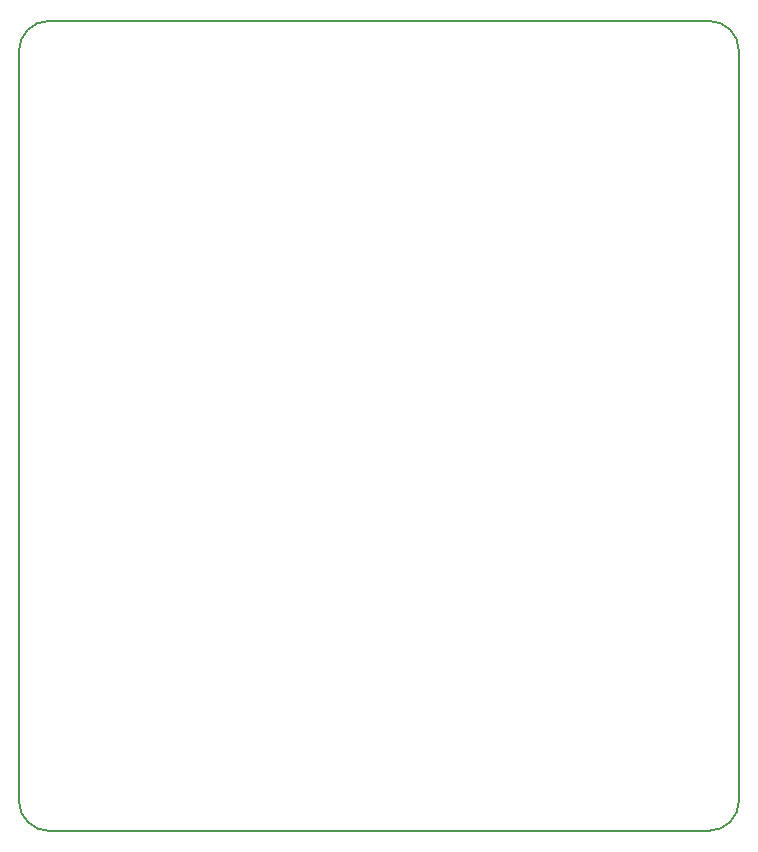
<source format=gbr>
%TF.GenerationSoftware,KiCad,Pcbnew,5.1.8-db9833491~88~ubuntu20.04.1*%
%TF.CreationDate,2020-11-27T14:55:37-07:00*%
%TF.ProjectId,Sound-Clock-Board,536f756e-642d-4436-9c6f-636b2d426f61,rev?*%
%TF.SameCoordinates,Original*%
%TF.FileFunction,Profile,NP*%
%FSLAX46Y46*%
G04 Gerber Fmt 4.6, Leading zero omitted, Abs format (unit mm)*
G04 Created by KiCad (PCBNEW 5.1.8-db9833491~88~ubuntu20.04.1) date 2020-11-27 14:55:37*
%MOMM*%
%LPD*%
G01*
G04 APERTURE LIST*
%TA.AperFunction,Profile*%
%ADD10C,0.150000*%
%TD*%
G04 APERTURE END LIST*
D10*
X-200000Y66240000D02*
X-200000Y2740000D01*
X-61160000Y2740000D02*
X-61160000Y66240000D01*
X-58620000Y200000D02*
X-2740000Y200000D01*
X-58620000Y200000D02*
G75*
G02*
X-61160000Y2740000I0J2540000D01*
G01*
X-200000Y2740000D02*
G75*
G02*
X-2740000Y200000I-2540000J0D01*
G01*
X-58620000Y68780000D02*
X-2740000Y68780000D01*
X-61160000Y66240000D02*
G75*
G02*
X-58620000Y68780000I2540000J0D01*
G01*
X-2740000Y68780000D02*
G75*
G02*
X-200000Y66240000I0J-2540000D01*
G01*
M02*

</source>
